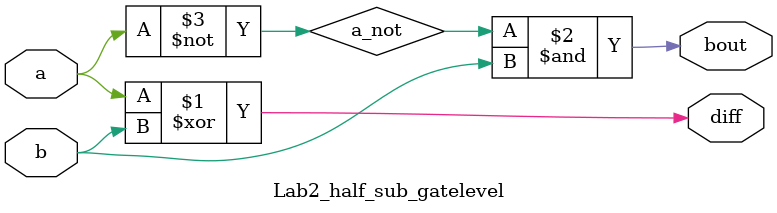
<source format=v>
module Lab2_half_sub_gatelevel(input a, b, output diff, bout);
    xor #(4) g1(diff, a, b);
    wire a_not;
    not  g2(a_not, a);
    and #(2) g3(bout, a_not, b);
endmodule
</source>
